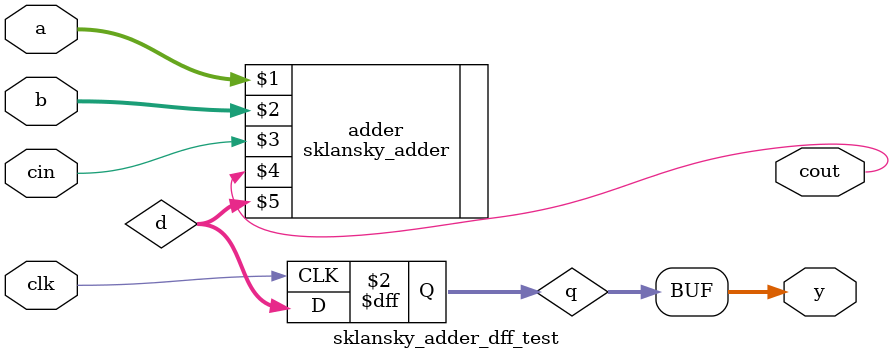
<source format=sv>

module sklansky_adder_dff_test #( parameter SIZE=32)
                      (input logic [SIZE-1:0] a, b,
                      input logic cin, clk,
                      output logic cout, 
                      output logic [SIZE-1:0] y);
      logic [SIZE-1:0] q, d;
      always_ff@(posedge clk)
             q <= d;
      sklansky_adder adder(a, b, cin, cout, d);
      assign y = q;
endmodule


</source>
